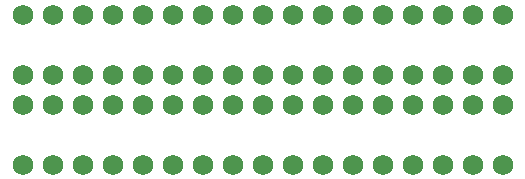
<source format=gts>
G75*
G70*
%OFA0B0*%
%FSLAX24Y24*%
%IPPOS*%
%LPD*%
%AMOC8*
5,1,8,0,0,1.08239X$1,22.5*
%
%ADD10C,0.0680*%
D10*
X002125Y000630D03*
X003125Y000630D03*
X004125Y000630D03*
X005125Y000630D03*
X006125Y000630D03*
X007125Y000630D03*
X008125Y000630D03*
X009125Y000630D03*
X010125Y000630D03*
X011125Y000630D03*
X012125Y000630D03*
X013125Y000630D03*
X014125Y000630D03*
X015125Y000630D03*
X016125Y000630D03*
X017125Y000630D03*
X018125Y000630D03*
X018125Y002630D03*
X017125Y002630D03*
X016125Y002630D03*
X015125Y002630D03*
X014125Y002630D03*
X013125Y002630D03*
X012125Y002630D03*
X011125Y002630D03*
X010125Y002630D03*
X009125Y002630D03*
X008125Y002630D03*
X007125Y002630D03*
X006125Y002630D03*
X005125Y002630D03*
X004125Y002630D03*
X003125Y002630D03*
X002125Y002630D03*
X002125Y003630D03*
X003125Y003630D03*
X004125Y003630D03*
X005125Y003630D03*
X006125Y003630D03*
X007125Y003630D03*
X008125Y003630D03*
X009125Y003630D03*
X010125Y003630D03*
X011125Y003630D03*
X012125Y003630D03*
X013125Y003630D03*
X014125Y003630D03*
X015125Y003630D03*
X016125Y003630D03*
X017125Y003630D03*
X018125Y003630D03*
X018125Y005630D03*
X017125Y005630D03*
X016125Y005630D03*
X015125Y005630D03*
X014125Y005630D03*
X013125Y005630D03*
X012125Y005630D03*
X011125Y005630D03*
X010125Y005630D03*
X009125Y005630D03*
X008125Y005630D03*
X007125Y005630D03*
X006125Y005630D03*
X005125Y005630D03*
X004125Y005630D03*
X003125Y005630D03*
X002125Y005630D03*
M02*

</source>
